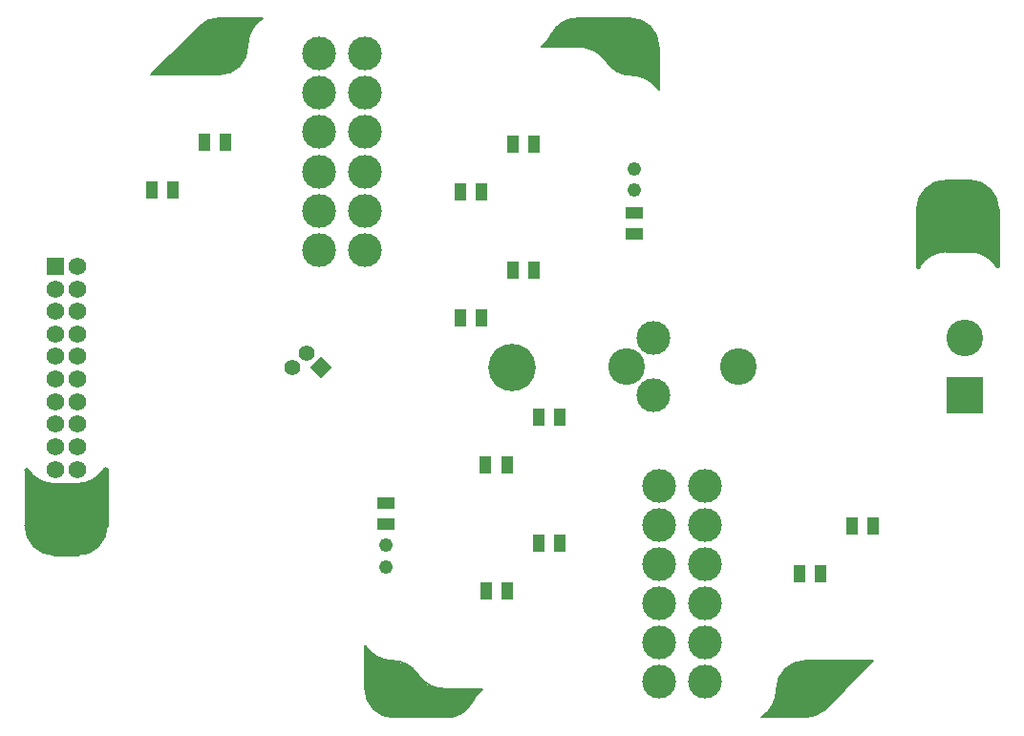
<source format=gbs>
G04*
G04 #@! TF.GenerationSoftware,Altium Limited,Altium Designer,20.1.10 (176)*
G04*
G04 Layer_Color=16711935*
%FSAX42Y42*%
%MOMM*%
G71*
G04*
G04 #@! TF.SameCoordinates,9C08BAFA-1892-4BA1-9AB8-C06810583842*
G04*
G04*
G04 #@! TF.FilePolarity,Negative*
G04*
G01*
G75*
%ADD10C,0.20*%
%ADD14C,0.40*%
%ADD15R,1.00X1.50*%
%ADD16R,1.50X1.00*%
%ADD19C,1.22*%
%ADD20C,1.40*%
%ADD21P,1.98X4X270.0*%
%ADD22C,1.57*%
%ADD23R,1.57X1.57*%
%ADD24C,3.25*%
%ADD25C,3.00*%
%ADD26R,3.25X3.25*%
%ADD27C,3.00*%
%ADD28C,4.20*%
G36*
X003131Y000738D02*
X003131Y000738D01*
X003131D01*
X003143Y000725D01*
X003169Y000702D01*
X003198Y000682D01*
X003229Y000666D01*
X003245Y000660D01*
X003273Y000656D01*
X003329Y000646D01*
X003385Y000634D01*
X003440Y000621D01*
X003468Y000613D01*
X003468Y000613D01*
Y000613D01*
X003491Y000593D01*
X003536Y000551D01*
X003580Y000507D01*
X003622Y000462D01*
X003642Y000439D01*
X003655Y000431D01*
X003683Y000417D01*
X003713Y000405D01*
X003743Y000397D01*
X003774Y000391D01*
X003805Y000388D01*
X003837Y000389D01*
X003868Y000392D01*
X003883Y000395D01*
X003914Y000396D01*
X003976Y000396D01*
X004038Y000396D01*
X004100Y000395D01*
X004116Y000395D01*
X004120Y000390D01*
X004123Y000382D01*
X004120Y000378D01*
X004115Y000372D01*
X004113Y000369D01*
X004018Y000239D01*
X003956Y000177D01*
X003849Y000145D01*
X003346Y000145D01*
X003322Y000145D01*
X003273Y000154D01*
X003228Y000173D01*
X003187Y000200D01*
X003152Y000235D01*
X003125Y000276D01*
X003106Y000322D01*
X003096Y000370D01*
X003096Y000395D01*
X003096Y000760D01*
X003108Y000765D01*
X003131Y000738D01*
D02*
G37*
G36*
X000128Y002297D02*
X000152Y002274D01*
X000177Y002251D01*
X000190Y002241D01*
X000190Y002241D01*
X000209Y002234D01*
X000247Y002222D01*
X000286Y002212D01*
X000325Y002204D01*
X000345Y002202D01*
X000345Y002202D01*
X000379Y002200D01*
X000447Y002200D01*
X000516Y002204D01*
X000583Y002212D01*
X000617Y002218D01*
X000643Y002227D01*
X000694Y002249D01*
X000744Y002273D01*
X000791Y002301D01*
X000803Y002309D01*
X000815Y002303D01*
X000812Y001863D01*
X000812Y001845D01*
X000807Y001810D01*
X000798Y001776D01*
X000785Y001744D01*
X000767Y001714D01*
X000746Y001686D01*
X000721Y001661D01*
X000693Y001640D01*
X000662Y001622D01*
X000630Y001609D01*
X000596Y001600D01*
X000561Y001595D01*
X000544Y001595D01*
X000355D01*
X000355Y001595D01*
X000355Y001595D01*
X000334Y001595D01*
X000293Y001601D01*
X000253Y001613D01*
X000215Y001630D01*
X000180Y001653D01*
X000149Y001681D01*
X000122Y001712D01*
X000099Y001748D01*
X000091Y001767D01*
X000095Y002316D01*
X000099Y002319D01*
X000108Y002320D01*
X000128Y002297D01*
D02*
G37*
G36*
X002174Y006336D02*
X002103Y006266D01*
X002066Y006192D01*
X002052Y006052D01*
X002052Y006052D01*
X002048Y006031D01*
X002032Y005990D01*
X002009Y005952D01*
X001981Y005919D01*
X001947Y005891D01*
X001909Y005870D01*
X001868Y005855D01*
X001824Y005847D01*
X001802Y005847D01*
X001220Y005848D01*
X001215Y005859D01*
X001577Y006227D01*
X001586Y006241D01*
X001608Y006266D01*
X001633Y006289D01*
X001660Y006308D01*
X001689Y006323D01*
X001720Y006335D01*
X001752Y006343D01*
X001785Y006347D01*
X001802Y006347D01*
X002170Y006347D01*
X002174Y006336D01*
D02*
G37*
G36*
X006992Y000643D02*
X007575Y000643D01*
X007580Y000631D01*
X007218Y000263D01*
X007208Y000249D01*
X007187Y000224D01*
X007162Y000202D01*
X007135Y000183D01*
X007105Y000167D01*
X007074Y000155D01*
X007042Y000147D01*
X007009Y000143D01*
X006992Y000143D01*
X006625Y000143D01*
X006620Y000155D01*
X006692Y000225D01*
X006728Y000299D01*
X006743Y000438D01*
X006743Y000438D01*
X006747Y000460D01*
X006763Y000501D01*
X006785Y000538D01*
X006814Y000571D01*
X006848Y000599D01*
X006886Y000621D01*
X006927Y000636D01*
X006970Y000643D01*
X006992Y000643D01*
D02*
G37*
G36*
X008248Y004898D02*
X008437Y004898D01*
X008437Y004898D01*
X008437Y004898D01*
X008457Y004898D01*
X008499Y004892D01*
X008539Y004880D01*
X008577Y004862D01*
X008612Y004839D01*
X008643Y004812D01*
X008670Y004780D01*
X008693Y004745D01*
X008701Y004726D01*
X008697Y004177D01*
X008692Y004174D01*
X008684Y004172D01*
X008664Y004195D01*
X008640Y004219D01*
X008615Y004241D01*
X008602Y004252D01*
X008602Y004252D01*
X008583Y004259D01*
X008545Y004271D01*
X008506Y004281D01*
X008466Y004288D01*
X008447Y004291D01*
X008447Y004291D01*
X008413Y004293D01*
X008344Y004293D01*
X008276Y004289D01*
X008209Y004281D01*
X008175Y004275D01*
X008149Y004265D01*
X008098Y004244D01*
X008048Y004219D01*
X008000Y004191D01*
X007988Y004183D01*
X007977Y004190D01*
X007980Y004630D01*
X007980Y004630D01*
X007980Y004630D01*
X007980Y004647D01*
X007985Y004682D01*
X007994Y004716D01*
X008007Y004749D01*
X008025Y004779D01*
X008046Y004807D01*
X008071Y004832D01*
X008099Y004853D01*
X008130Y004870D01*
X008162Y004884D01*
X008196Y004893D01*
X008231Y004898D01*
X008248Y004898D01*
D02*
G37*
G36*
X005520Y006335D02*
X005566Y006316D01*
X005607Y006289D01*
X005641Y006254D01*
X005669Y006213D01*
X005688Y006167D01*
X005697Y006119D01*
X005697Y006094D01*
X005697Y005729D01*
X005685Y005724D01*
X005662Y005751D01*
X005662Y005751D01*
X005662Y005751D01*
X005654Y005761D01*
X005634Y005780D01*
X005613Y005796D01*
X005591Y005810D01*
X005579Y005816D01*
X005579Y005816D01*
X005547Y005821D01*
X005483Y005832D01*
X005420Y005846D01*
X005357Y005862D01*
X005326Y005870D01*
X005139Y006058D01*
X005139Y006058D01*
X005126Y006065D01*
X005099Y006077D01*
X005071Y006087D01*
X005042Y006094D01*
X005013Y006099D01*
X004984Y006101D01*
X004954Y006100D01*
X004925Y006097D01*
X004910Y006094D01*
X004910Y006094D01*
X004879Y006094D01*
X004817Y006093D01*
X004755Y006093D01*
X004693Y006094D01*
X004677Y006094D01*
X004673Y006100D01*
X004671Y006107D01*
X004673Y006111D01*
X004678Y006117D01*
X004681Y006120D01*
X004775Y006250D01*
X004837Y006312D01*
X004945Y006344D01*
X005447Y006344D01*
X005447Y006344D01*
Y006344D01*
X005472Y006344D01*
X005520Y006335D01*
D02*
G37*
D10*
X006993Y000145D02*
G03*
X007170Y000218I000000J000250D01*
G01*
X006609Y000145D02*
G03*
X006743Y000395I-000166J000250D01*
G01*
X006993Y000645D02*
G03*
X006743Y000395I000000J-000250D01*
G01*
X003556Y000531D02*
G03*
X003346Y000645I-000210J-000136D01*
G01*
X003820Y000145D02*
G03*
X004041Y000279I000000J000250D01*
G01*
X003096Y000779D02*
G03*
X003346Y000645I000250J000166D01*
G01*
X003556Y000531D02*
G03*
X003832Y000396I000251J000164D01*
G01*
X004131Y000394D02*
G03*
X004041Y000279I000265J-000300D01*
G01*
X003096Y000395D02*
G03*
X003346Y000145I000250J000000D01*
G01*
X001802Y005846D02*
G03*
X002052Y006096I000000J000250D01*
G01*
X001801Y006346D02*
G03*
X001625Y006272I000000J-000250D01*
G01*
X002186Y006346D02*
G03*
X002052Y006096I000166J-000250D01*
G01*
X005238Y005958D02*
G03*
X005447Y005844I000210J000136D01*
G01*
X004662Y006095D02*
G03*
X004752Y006210I-000265J000300D01*
G01*
X005238Y005958D02*
G03*
X004962Y006093I-000251J-000164D01*
G01*
X004974Y006344D02*
G03*
X004752Y006210I000000J-000250D01*
G01*
X005697Y006094D02*
G03*
X005447Y006344I-000250J000000D01*
G01*
X005697Y005710D02*
G03*
X005447Y005844I-000250J-000166D01*
G01*
X006993Y000645D02*
X007592D01*
X007170Y000218D02*
X007597Y000646D01*
X006609Y000145D02*
X006993D01*
X003096Y000395D02*
Y000779D01*
X003346Y000145D02*
X003820D01*
X003832Y000396D02*
X004133D01*
X001801Y006346D02*
X002186D01*
X001197Y005845D02*
X001625Y006272D01*
X001203Y005846D02*
X001802D01*
X004661Y006093D02*
X004962D01*
X004974Y006344D02*
X005447D01*
X005697Y005710D02*
Y006094D01*
D14*
X000095Y002336D02*
G03*
X000345Y002202I000250J000166D01*
G01*
X000540D02*
G03*
X000795Y002344I000000J000300D01*
G01*
X000095Y001847D02*
G03*
X000345Y001597I000250J000000D01*
G01*
X000545D02*
G03*
X000795Y001847I000000J000250D01*
G01*
X008697Y004157D02*
G03*
X008447Y004291I-000250J-000166D01*
G01*
X008697Y004646D02*
G03*
X008447Y004896I-000250J000000D01*
G01*
X008252Y004291D02*
G03*
X007997Y004149I000000J-000300D01*
G01*
X008247Y004896D02*
G03*
X007997Y004646I000000J-000250D01*
G01*
X000345Y001597D02*
X000545D01*
X000795Y001847D02*
Y002344D01*
X000095Y001847D02*
Y002336D01*
X000345Y002202D02*
X000540D01*
X008252Y004291D02*
X008447D01*
X008697Y004157D02*
Y004646D01*
X007997Y004149D02*
Y004646D01*
X008247Y004896D02*
X008447D01*
D15*
X004129Y004803D02*
D03*
X003939D02*
D03*
X007598Y001840D02*
D03*
X007408D02*
D03*
X004595Y004115D02*
D03*
X004405D02*
D03*
X004129Y003690D02*
D03*
X003939D02*
D03*
X004354Y002385D02*
D03*
X004164D02*
D03*
X004820Y002810D02*
D03*
X004630D02*
D03*
X001394Y004820D02*
D03*
X001204D02*
D03*
X001860Y005245D02*
D03*
X001670D02*
D03*
X004405Y005228D02*
D03*
X004595D02*
D03*
X004630Y001690D02*
D03*
X004820D02*
D03*
X004165Y001265D02*
D03*
X004355D02*
D03*
X007132Y001415D02*
D03*
X006942D02*
D03*
D16*
X005480Y004430D02*
D03*
Y004620D02*
D03*
X003280Y002049D02*
D03*
Y001859D02*
D03*
D19*
X005480Y004820D02*
D03*
Y005010D02*
D03*
X003280Y001670D02*
D03*
Y001480D02*
D03*
D20*
X002446Y003250D02*
D03*
X002573Y003377D02*
D03*
D21*
X002700Y003250D02*
D03*
D22*
X000347Y002345D02*
D03*
X000547D02*
D03*
X000347Y002745D02*
D03*
X000547Y002545D02*
D03*
X000347D02*
D03*
X000547Y002745D02*
D03*
X000347Y003145D02*
D03*
X000547Y002945D02*
D03*
X000347D02*
D03*
X000547Y003145D02*
D03*
Y004145D02*
D03*
X000347Y003945D02*
D03*
X000547D02*
D03*
Y003745D02*
D03*
Y003545D02*
D03*
X000347Y003345D02*
D03*
X000547D02*
D03*
X000347Y003745D02*
D03*
Y003545D02*
D03*
D23*
Y004145D02*
D03*
D24*
X006403Y003254D02*
D03*
X005413D02*
D03*
X008410Y003508D02*
D03*
D25*
X005654D02*
D03*
Y003000D02*
D03*
D26*
X008410D02*
D03*
D27*
X005700Y001852D02*
D03*
Y001157D02*
D03*
Y000462D02*
D03*
Y000810D02*
D03*
Y001505D02*
D03*
X003093Y004987D02*
D03*
Y004638D02*
D03*
Y004290D02*
D03*
Y005335D02*
D03*
Y005683D02*
D03*
X006104Y000462D02*
D03*
Y000810D02*
D03*
Y001157D02*
D03*
Y001505D02*
D03*
Y001852D02*
D03*
Y002200D02*
D03*
X002689Y005683D02*
D03*
Y005335D02*
D03*
Y004987D02*
D03*
X003093Y006031D02*
D03*
X002689Y004290D02*
D03*
Y004638D02*
D03*
Y006031D02*
D03*
X005700Y002200D02*
D03*
D28*
X000397Y001845D02*
D03*
X003347Y000395D02*
D03*
X001800Y006095D02*
D03*
X008397Y004645D02*
D03*
X006993Y000395D02*
D03*
X005447Y006095D02*
D03*
X004397Y003245D02*
D03*
M02*

</source>
